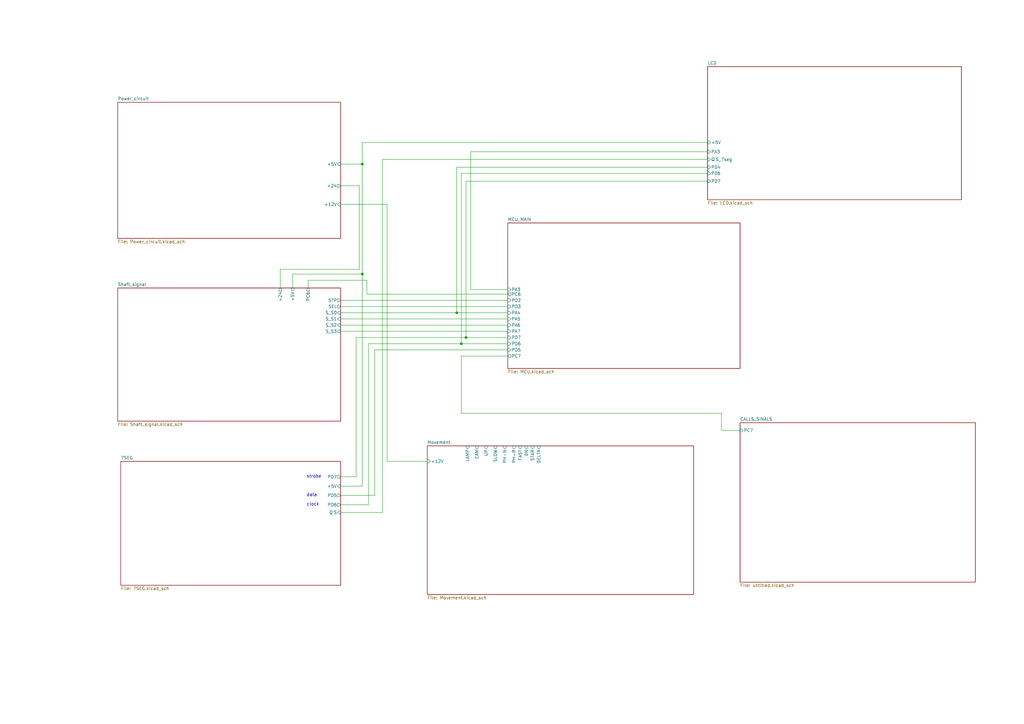
<source format=kicad_sch>
(kicad_sch (version 20230121) (generator eeschema)
  (paper "A3")
  (title_block (title "Main") (date "2023-04-01") (rev "Ahmed Adel") (company "Empironics") (comment 1 "Copy rights reserved by Ahmed Adel"))
  (lib_symbols)
  (junction (at 148.59 67.31))
  (junction (at 191.135 138.43))
  (junction (at 187.325 128.27))
  (junction (at 189.23 140.97))
  (junction (at 148.59 112.395))
  (wire (pts (xy 158.75 189.23) (xy 175.26 189.23)))
  (wire (pts (xy 139.7 128.27) (xy 187.325 128.27)))
  (wire (pts (xy 187.325 68.58) (xy 187.325 128.27)))
  (wire (pts (xy 139.7 199.39) (xy 148.59 199.39)))
  (wire (pts (xy 151.13 140.97) (xy 151.13 207.01)))
  (wire (pts (xy 189.23 140.97) (xy 151.13 140.97)))
  (wire (pts (xy 290.195 65.405) (xy 156.845 65.405)))
  (wire (pts (xy 147.32 110.49) (xy 147.32 76.2)))
  (wire (pts (xy 120.015 112.395) (xy 148.59 112.395)))
  (wire (pts (xy 153.67 203.2) (xy 139.7 203.2)))
  (wire (pts (xy 290.195 58.42) (xy 148.59 58.42)))
  (wire (pts (xy 139.7 125.73) (xy 208.28 125.73)))
  (wire (pts (xy 146.05 138.43) (xy 146.05 195.58)))
  (wire (pts (xy 193.04 62.23) (xy 193.04 118.745)))
  (wire (pts (xy 158.75 83.82) (xy 158.75 189.23)))
  (wire (pts (xy 208.28 146.05) (xy 189.23 146.05)))
  (wire (pts (xy 290.195 62.23) (xy 193.04 62.23)))
  (wire (pts (xy 148.59 199.39) (xy 148.59 112.395)))
  (wire (pts (xy 139.7 135.89) (xy 208.28 135.89)))
  (wire (pts (xy 120.015 118.11) (xy 120.015 112.395)))
  (wire (pts (xy 191.135 74.295) (xy 191.135 138.43)))
  (wire (pts (xy 139.7 67.31) (xy 148.59 67.31)))
  (wire (pts (xy 189.23 71.12) (xy 189.23 140.97)))
  (wire (pts (xy 126.365 114.935) (xy 126.365 118.11)))
  (wire (pts (xy 114.935 118.11) (xy 114.935 110.49)))
  (wire (pts (xy 148.59 67.31) (xy 148.59 112.395)))
  (wire (pts (xy 208.28 140.97) (xy 189.23 140.97)))
  (wire (pts (xy 187.325 128.27) (xy 208.28 128.27)))
  (wire (pts (xy 139.7 123.19) (xy 208.28 123.19)))
  (wire (pts (xy 151.13 207.01) (xy 139.7 207.01)))
  (wire (pts (xy 153.67 143.51) (xy 153.67 203.2)))
  (wire (pts (xy 290.195 68.58) (xy 187.325 68.58)))
  (wire (pts (xy 150.495 114.935) (xy 126.365 114.935)))
  (wire (pts (xy 208.28 138.43) (xy 191.135 138.43)))
  (wire (pts (xy 150.495 120.65) (xy 150.495 114.935)))
  (wire (pts (xy 208.28 143.51) (xy 153.67 143.51)))
  (wire (pts (xy 139.7 133.35) (xy 208.28 133.35)))
  (wire (pts (xy 295.91 176.53) (xy 303.53 176.53)))
  (wire (pts (xy 189.23 169.545) (xy 295.91 169.545)))
  (wire (pts (xy 290.195 71.12) (xy 189.23 71.12)))
  (wire (pts (xy 191.135 138.43) (xy 146.05 138.43)))
  (wire (pts (xy 193.04 118.745) (xy 208.28 118.745)))
  (wire (pts (xy 114.935 110.49) (xy 147.32 110.49)))
  (wire (pts (xy 156.845 210.185) (xy 139.7 210.185)))
  (wire (pts (xy 189.23 146.05) (xy 189.23 169.545)))
  (wire (pts (xy 146.05 195.58) (xy 139.7 195.58)))
  (wire (pts (xy 290.195 74.295) (xy 191.135 74.295)))
  (wire (pts (xy 208.28 120.65) (xy 150.495 120.65)))
  (wire (pts (xy 139.7 83.82) (xy 158.75 83.82)))
  (wire (pts (xy 156.845 65.405) (xy 156.845 210.185)))
  (wire (pts (xy 139.7 130.81) (xy 208.28 130.81)))
  (wire (pts (xy 295.91 169.545) (xy 295.91 176.53)))
  (wire (pts (xy 148.59 58.42) (xy 148.59 67.31)))
  (wire (pts (xy 147.32 76.2) (xy 139.7 76.2)))
  (text "data\n" (at 125.73 203.835 0) (effects (font (size 1.27 1.27)) (justify left bottom)))
  (text "clock" (at 125.73 207.645 0) (effects (font (size 1.27 1.27)) (justify left bottom)))
  (text "strobe\n" (at 125.73 196.215 0) (effects (font (size 1.27 1.27)) (justify left bottom)))
  (sheet (at 290.195 27.305) (size 104.14 54.61) (stroke (width 0.1524))
    (property "Sheetname" "LCD" (at 290.195 26.5934 0) (effects (justify left bottom)))
    (property "Sheetfile" "LCD.kicad_sch" (at 290.195 82.4996 0) (effects (justify left top)))
    (pin "+5V" input (at 290.195 58.42 180))
    (pin "PD6" input (at 290.195 71.12 180))
    (pin "Q`S_7seg" input (at 290.195 65.405 180))
    (pin "PD7" input (at 290.195 74.295 180))
    (pin "PD4" input (at 290.195 68.58 180))
    (pin "PA3" input (at 290.195 62.23 180))
  )
  (sheet (at 48.26 41.91) (size 91.44 55.88) (stroke (width 0.1524))
    (property "Sheetname" "Power_circuit" (at 48.26 41.1984 0) (effects (justify left bottom)))
    (property "Sheetfile" "Power_circuit.kicad_sch" (at 48.26 98.3746 0) (effects (justify left top)))
    (pin "+5V" input (at 139.7 67.31 0))
    (pin "+24" output (at 139.7 76.2 0))
    (pin "+12V" input (at 139.7 83.82 0))
  )
  (sheet (at 303.53 173.355) (size 96.52 65.405) (stroke (width 0.1524))
    (property "Sheetname" "CALLS_SINALS" (at 303.53 172.6434 0) (effects (justify left bottom)))
    (property "Sheetfile" "untitled.kicad_sch" (at 303.53 239.3446 0) (effects (justify left top)))
    (pin "PC7" input (at 303.53 176.53 180))
  )
  (sheet (at 208.28 91.44) (size 95.25 59.69) (stroke (width 0.1524))
    (property "Sheetname" "MCU_MAIN" (at 208.28 90.7284 0) (effects (justify left bottom)))
    (property "Sheetfile" "MCU.kicad_sch" (at 208.28 151.7146 0) (effects (justify left top)))
    (pin "PD2" input (at 208.28 123.19 180))
    (pin "PD3" input (at 208.28 125.73 180))
    (pin "PA5" input (at 208.28 130.81 180))
    (pin "PA6" input (at 208.28 133.35 180))
    (pin "PA7" input (at 208.28 135.89 180))
    (pin "PA4" input (at 208.28 128.27 180))
    (pin "PD7" input (at 208.28 138.43 180))
    (pin "PD5" input (at 208.28 143.51 180))
    (pin "PD6" input (at 208.28 140.97 180))
    (pin "PC6" output (at 208.28 120.65 180))
    (pin "PA3" input (at 208.28 118.745 180))
    (pin "PC7" output (at 208.28 146.05 180))
  )
  (sheet (at 175.26 182.88) (size 109.22 60.96) (stroke (width 0.1524))
    (property "Sheetname" "Movement" (at 175.26 182.1684 0) (effects (justify left bottom)))
    (property "Sheetfile" "Movement.kicad_sch" (at 175.26 244.4246 0) (effects (justify left top)))
    (pin "+12V" input (at 175.26 189.23 180))
    (pin "LAMP" input (at 191.77 182.88 90))
    (pin "CAM" input (at 195.58 182.88 90))
    (pin "UP" input (at 199.39 182.88 90))
    (pin "SLOW" input (at 203.2 182.88 90))
    (pin "PH-N" input (at 207.01 182.88 90))
    (pin "PH-R" input (at 210.82 182.88 90))
    (pin "FAST" input (at 213.36 182.88 90))
    (pin "DN" input (at 215.9 182.88 90))
    (pin "STAR" input (at 218.44 182.88 90))
    (pin "DELTA" input (at 220.98 182.88 90))
  )
  (sheet (at 48.26 118.11) (size 91.44 54.61) (stroke (width 0.1524))
    (property "Sheetname" "Shaft_signal" (at 48.26 117.3984 0) (effects (justify left bottom)))
    (property "Sheetfile" "Shaft_signal.kicad_sch" (at 48.26 173.3046 0) (effects (justify left top)))
    (pin "SEL" output (at 139.7 125.73 0))
    (pin "STP" output (at 139.7 123.19 0))
    (pin "S_S1" input (at 139.7 130.81 0))
    (pin "S_S2" input (at 139.7 133.35 0))
    (pin "S_S3" input (at 139.7 135.89 0))
    (pin "S_S0" input (at 139.7 128.27 0))
    (pin "+5V" input (at 120.015 118.11 90))
    (pin "PC6" output (at 126.365 118.11 90))
    (pin "+24" output (at 114.935 118.11 90))
  )
  (sheet (at 49.53 189.23) (size 90.17 50.8) (stroke (width 0.1524))
    (property "Sheetname" "7SEG" (at 49.53 188.5184 0) (effects (justify left bottom)))
    (property "Sheetfile" "7SEG.kicad_sch" (at 49.53 240.6146 0) (effects (justify left top)))
    (pin "PD7" output (at 139.7 195.58 0))
    (pin "+5V" input (at 139.7 199.39 0))
    (pin "PD5" output (at 139.7 203.2 0))
    (pin "PD6" output (at 139.7 207.01 0))
    (pin "Q`S" input (at 139.7 210.185 0))
  )
)
</source>
